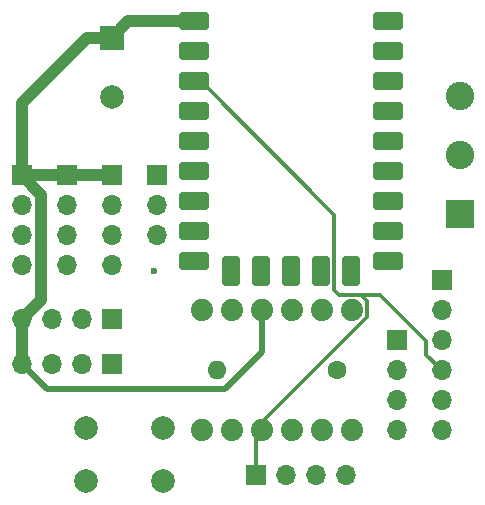
<source format=gbr>
%TF.GenerationSoftware,KiCad,Pcbnew,8.0.7*%
%TF.CreationDate,2025-01-10T12:44:58+00:00*%
%TF.ProjectId,AstroDroid-v1,41737472-6f44-4726-9f69-642d76312e6b,rev?*%
%TF.SameCoordinates,Original*%
%TF.FileFunction,Copper,L1,Top*%
%TF.FilePolarity,Positive*%
%FSLAX46Y46*%
G04 Gerber Fmt 4.6, Leading zero omitted, Abs format (unit mm)*
G04 Created by KiCad (PCBNEW 8.0.7) date 2025-01-10 12:44:58*
%MOMM*%
%LPD*%
G01*
G04 APERTURE LIST*
G04 Aperture macros list*
%AMRoundRect*
0 Rectangle with rounded corners*
0 $1 Rounding radius*
0 $2 $3 $4 $5 $6 $7 $8 $9 X,Y pos of 4 corners*
0 Add a 4 corners polygon primitive as box body*
4,1,4,$2,$3,$4,$5,$6,$7,$8,$9,$2,$3,0*
0 Add four circle primitives for the rounded corners*
1,1,$1+$1,$2,$3*
1,1,$1+$1,$4,$5*
1,1,$1+$1,$6,$7*
1,1,$1+$1,$8,$9*
0 Add four rect primitives between the rounded corners*
20,1,$1+$1,$2,$3,$4,$5,0*
20,1,$1+$1,$4,$5,$6,$7,0*
20,1,$1+$1,$6,$7,$8,$9,0*
20,1,$1+$1,$8,$9,$2,$3,0*%
G04 Aperture macros list end*
%TA.AperFunction,ComponentPad*%
%ADD10C,2.000000*%
%TD*%
%TA.AperFunction,ComponentPad*%
%ADD11R,2.413000X2.413000*%
%TD*%
%TA.AperFunction,ComponentPad*%
%ADD12C,2.413000*%
%TD*%
%TA.AperFunction,ComponentPad*%
%ADD13R,1.700000X1.700000*%
%TD*%
%TA.AperFunction,ComponentPad*%
%ADD14O,1.700000X1.700000*%
%TD*%
%TA.AperFunction,ComponentPad*%
%ADD15RoundRect,0.400050X-0.899950X-0.400050X0.899950X-0.400050X0.899950X0.400050X-0.899950X0.400050X0*%
%TD*%
%TA.AperFunction,ComponentPad*%
%ADD16RoundRect,0.393700X-0.393700X-0.906300X0.393700X-0.906300X0.393700X0.906300X-0.393700X0.906300X0*%
%TD*%
%TA.AperFunction,ComponentPad*%
%ADD17RoundRect,0.400000X-0.400000X-0.900000X0.400000X-0.900000X0.400000X0.900000X-0.400000X0.900000X0*%
%TD*%
%TA.AperFunction,ComponentPad*%
%ADD18RoundRect,0.400000X-0.900000X-0.400000X0.900000X-0.400000X0.900000X0.400000X-0.900000X0.400000X0*%
%TD*%
%TA.AperFunction,ComponentPad*%
%ADD19O,1.600000X1.600000*%
%TD*%
%TA.AperFunction,ComponentPad*%
%ADD20C,1.600000*%
%TD*%
%TA.AperFunction,ComponentPad*%
%ADD21R,2.000000X2.000000*%
%TD*%
%TA.AperFunction,ComponentPad*%
%ADD22C,1.879600*%
%TD*%
%TA.AperFunction,ViaPad*%
%ADD23C,0.600000*%
%TD*%
%TA.AperFunction,Conductor*%
%ADD24C,0.500000*%
%TD*%
%TA.AperFunction,Conductor*%
%ADD25C,1.000000*%
%TD*%
%TA.AperFunction,Conductor*%
%ADD26C,0.330000*%
%TD*%
G04 APERTURE END LIST*
D10*
%TO.P,SW1,1,A*%
%TO.N,GND*%
X83312000Y-94234000D03*
X76812000Y-94234000D03*
%TO.P,SW1,2,B*%
%TO.N,/sw*%
X83312000Y-89734000D03*
X76812000Y-89734000D03*
%TD*%
D11*
%TO.P,J2,1,Mtr_PwrA*%
%TO.N,Net-(J2-Mtr_PwrA)*%
X108458000Y-71628000D03*
D12*
%TO.P,J2,2,MtrPwrB*%
%TO.N,Net-(J2-MtrPwrB)*%
X108458000Y-66629280D03*
%TO.P,J2,3,GND*%
%TO.N,GND*%
X108458000Y-61628020D03*
%TD*%
D13*
%TO.P,Motor1,1,Mtr_PwrA*%
%TO.N,Net-(J2-Mtr_PwrA)*%
X106934000Y-77216000D03*
D14*
%TO.P,Motor1,2,Mtr_PwrB*%
%TO.N,Net-(J2-MtrPwrB)*%
X106934000Y-79756000D03*
%TO.P,Motor1,3,GND*%
%TO.N,GND*%
X106934000Y-82296000D03*
%TO.P,Motor1,4,VCC*%
%TO.N,+3V3*%
X106934000Y-84836000D03*
%TO.P,Motor1,5,EncoderA*%
%TO.N,/EncA*%
X106934000Y-87376000D03*
%TO.P,Motor1,6,EncoderB*%
%TO.N,/EncB*%
X106934000Y-89916000D03*
%TD*%
D13*
%TO.P,J3,1,TX*%
%TO.N,Net-(J3-TX)*%
X82804000Y-68326000D03*
D14*
%TO.P,J3,2,RX*%
%TO.N,Net-(J3-RX)*%
X82804000Y-70866000D03*
%TO.P,J3,3,GND*%
%TO.N,GND*%
X82804000Y-73406000D03*
%TD*%
D13*
%TO.P,WS2812B-2,1,Out*%
%TO.N,Net-(WS2812B-2-Out)*%
X78994000Y-84328000D03*
D14*
%TO.P,WS2812B-2,2,Gnd*%
%TO.N,GND*%
X76454000Y-84328000D03*
%TO.P,WS2812B-2,3,In*%
%TO.N,Net-(WS2812B-1-Out)*%
X73914000Y-84328000D03*
%TO.P,WS2812B-2,4,VDD*%
%TO.N,+5V*%
X71374000Y-84328000D03*
%TD*%
D13*
%TO.P,WS2812B-1,1,Out*%
%TO.N,Net-(WS2812B-1-Out)*%
X78994000Y-80518000D03*
D14*
%TO.P,WS2812B-1,2,Gnd*%
%TO.N,GND*%
X76454000Y-80518000D03*
%TO.P,WS2812B-1,3,In*%
%TO.N,Net-(WS2812B-1-In)*%
X73914000Y-80518000D03*
%TO.P,WS2812B-1,4,VDD*%
%TO.N,+5V*%
X71374000Y-80518000D03*
%TD*%
D15*
%TO.P,RZ1,32,5V*%
%TO.N,+5V*%
X85951000Y-55297000D03*
%TO.P,RZ1,31,GND*%
%TO.N,GND*%
X85951000Y-57837000D03*
%TO.P,RZ1,30,3V3*%
%TO.N,+3V3*%
X85951000Y-60377000D03*
%TO.P,RZ1,29,GP29*%
%TO.N,unconnected-(RZ1-GP29-Pad29)*%
X85951000Y-62917000D03*
%TO.P,RZ1,28,GP28*%
%TO.N,unconnected-(RZ1-GP28-Pad28)*%
X85951000Y-65457000D03*
%TO.P,RZ1,27,GP27*%
%TO.N,/Trigger-1*%
X85951000Y-67997000D03*
%TO.P,RZ1,26,GP26*%
%TO.N,/Trigger-2*%
X85951000Y-70537000D03*
%TO.P,RZ1,15,GP15*%
%TO.N,/Trigger-3*%
X85951000Y-73077000D03*
%TO.P,RZ1,14,GP14*%
%TO.N,/sw*%
X85951000Y-75617000D03*
D16*
%TO.P,RZ1,13,GP13*%
%TO.N,/WS2812B*%
X89091000Y-76427000D03*
%TO.P,RZ1,12,GP12*%
%TO.N,/Echo-1*%
X91631000Y-76427000D03*
%TO.P,RZ1,11,GP11*%
%TO.N,/Echo-2*%
X94171000Y-76427000D03*
%TO.P,RZ1,10,GP10*%
%TO.N,/Echo-3*%
X96711000Y-76427000D03*
D17*
%TO.P,RZ1,9,GP9*%
%TO.N,/SCL*%
X99251000Y-76427000D03*
D15*
%TO.P,RZ1,8,GP8*%
%TO.N,/SDA*%
X102391000Y-75617000D03*
%TO.P,RZ1,7,GP7*%
%TO.N,/Headlight*%
X102391000Y-73077000D03*
%TO.P,RZ1,6,GP6*%
%TO.N,/Taillight*%
X102391000Y-70537000D03*
%TO.P,RZ1,5,GP5*%
%TO.N,/EncA*%
X102391000Y-67997000D03*
D18*
%TO.P,RZ1,4,GP4*%
%TO.N,/EncB*%
X102391000Y-65457000D03*
%TO.P,RZ1,3,GP3*%
%TO.N,/MtrA*%
X102391000Y-62917000D03*
%TO.P,RZ1,2,GP2*%
%TO.N,/MtrB*%
X102391000Y-60377000D03*
%TO.P,RZ1,1,GP1*%
%TO.N,Net-(J3-RX)*%
X102391000Y-57837000D03*
%TO.P,RZ1,0,GP0*%
%TO.N,Net-(J3-TX)*%
X102391000Y-55297000D03*
%TD*%
D19*
%TO.P,R1,2*%
%TO.N,Net-(WS2812B-1-In)*%
X87884000Y-84836000D03*
D20*
%TO.P,R1,1*%
%TO.N,Net-(B1-HV_TXO_1)*%
X98044000Y-84836000D03*
%TD*%
D14*
%TO.P,L298N1,4,IN4*%
%TO.N,/Taillight*%
X103124000Y-89916000D03*
%TO.P,L298N1,3,IN3*%
%TO.N,/Headlight*%
X103124000Y-87376000D03*
%TO.P,L298N1,2,IN2*%
%TO.N,/MtrB*%
X103124000Y-84836000D03*
D13*
%TO.P,L298N1,1,IN1*%
%TO.N,/MtrA*%
X103124000Y-82296000D03*
%TD*%
%TO.P,HCSR04-3,1,VCC*%
%TO.N,+5V*%
X78994000Y-68326000D03*
D14*
%TO.P,HCSR04-3,2,Trig*%
%TO.N,/Trigger-3*%
X78994000Y-70866000D03*
%TO.P,HCSR04-3,3,Echo*%
%TO.N,/Echo-HV-3*%
X78994000Y-73406000D03*
%TO.P,HCSR04-3,4,GND*%
%TO.N,GND*%
X78994000Y-75946000D03*
%TD*%
D13*
%TO.P,HCSR04-2,1,VCC*%
%TO.N,+5V*%
X75184000Y-68336000D03*
D14*
%TO.P,HCSR04-2,2,Trig*%
%TO.N,/Trigger-2*%
X75184000Y-70876000D03*
%TO.P,HCSR04-2,3,Echo*%
%TO.N,/Echo-HV-2*%
X75184000Y-73416000D03*
%TO.P,HCSR04-2,4,GND*%
%TO.N,GND*%
X75184000Y-75956000D03*
%TD*%
D13*
%TO.P,HCSR04-1,1,VCC*%
%TO.N,+5V*%
X71374000Y-68326000D03*
D14*
%TO.P,HCSR04-1,2,Trig*%
%TO.N,/Trigger-1*%
X71374000Y-70866000D03*
%TO.P,HCSR04-1,3,Echo*%
%TO.N,/Echo-HV-1*%
X71374000Y-73406000D03*
%TO.P,HCSR04-1,4,GND*%
%TO.N,GND*%
X71374000Y-75946000D03*
%TD*%
D10*
%TO.P,C1,2*%
%TO.N,GND*%
X78994000Y-61722000D03*
D21*
%TO.P,C1,1*%
%TO.N,+5V*%
X78994000Y-56722000D03*
%TD*%
D22*
%TO.P,B1,GND1,GND*%
%TO.N,GND*%
X94234000Y-89916000D03*
%TO.P,B1,GND2,GND*%
X94234000Y-79756000D03*
%TO.P,B1,HV,HV*%
%TO.N,+5V*%
X91694000Y-79756000D03*
%TO.P,B1,HV1,HV_TXO_1*%
%TO.N,Net-(B1-HV_TXO_1)*%
X86614000Y-79756000D03*
%TO.P,B1,HV2,HV_RXI_1*%
%TO.N,/Echo-HV-1*%
X89154000Y-79756000D03*
%TO.P,B1,HV3,HV_RXI_2*%
%TO.N,/Echo-HV-2*%
X96774000Y-79756000D03*
%TO.P,B1,HV4,HV_TXO_2*%
%TO.N,/Echo-HV-3*%
X99314000Y-79756000D03*
%TO.P,B1,LV,LV*%
%TO.N,+3V3*%
X91694000Y-89916000D03*
%TO.P,B1,LV1,LV_TXI_1*%
%TO.N,/WS2812B*%
X86614000Y-89916000D03*
%TO.P,B1,LV2,LV_RXO_1*%
%TO.N,/Echo-1*%
X89154000Y-89916000D03*
%TO.P,B1,LV3,LV_RXO_2*%
%TO.N,/Echo-2*%
X96774000Y-89916000D03*
%TO.P,B1,LV4,LV_TXI_2*%
%TO.N,/Echo-3*%
X99314000Y-89916000D03*
%TD*%
D13*
%TO.P,ADT1,1,VCC*%
%TO.N,+3V3*%
X91186000Y-93726000D03*
D14*
%TO.P,ADT1,2,GND*%
%TO.N,GND*%
X93726000Y-93726000D03*
%TO.P,ADT1,3,SCL*%
%TO.N,/SCL*%
X96266000Y-93726000D03*
%TO.P,ADT1,4,SDA*%
%TO.N,/SDA*%
X98806000Y-93726000D03*
%TD*%
D23*
%TO.N,/Echo-HV-3*%
X82550000Y-76454000D03*
%TD*%
D24*
%TO.N,+5V*%
X91694000Y-79756000D02*
X91694000Y-83312000D01*
X88570000Y-86436000D02*
X73482000Y-86436000D01*
X73482000Y-86436000D02*
X71374000Y-84328000D01*
X91694000Y-83312000D02*
X88570000Y-86436000D01*
D25*
X71374000Y-80518000D02*
X73024000Y-78868000D01*
X73024000Y-78868000D02*
X73024000Y-69976000D01*
X73024000Y-69976000D02*
X71374000Y-68326000D01*
D26*
%TO.N,+3V3*%
X91694000Y-89916000D02*
X91694000Y-89221266D01*
X91694000Y-89221266D02*
X100618800Y-80296466D01*
X100618800Y-80296466D02*
X100618800Y-78994000D01*
X100618800Y-78994000D02*
X100076000Y-78451200D01*
X91186000Y-93726000D02*
X91186000Y-90424000D01*
X91186000Y-90424000D02*
X91694000Y-89916000D01*
X86551000Y-60377000D02*
X97863400Y-71689400D01*
X101709200Y-78451200D02*
X105619000Y-82361000D01*
X97863400Y-71689400D02*
X97863400Y-78051400D01*
X105619000Y-83521000D02*
X106934000Y-84836000D01*
X97863400Y-78051400D02*
X98263200Y-78451200D01*
X98263200Y-78451200D02*
X101709200Y-78451200D01*
X105619000Y-82361000D02*
X105619000Y-83521000D01*
D25*
%TO.N,+5V*%
X71374000Y-80518000D02*
X71374000Y-84328000D01*
X71374000Y-68326000D02*
X78994000Y-68326000D01*
X78994000Y-56722000D02*
X76882000Y-56722000D01*
X76882000Y-56722000D02*
X71374000Y-62230000D01*
X71374000Y-62230000D02*
X71374000Y-68326000D01*
X86551000Y-55297000D02*
X80419000Y-55297000D01*
X80419000Y-55297000D02*
X78994000Y-56722000D01*
%TD*%
M02*

</source>
